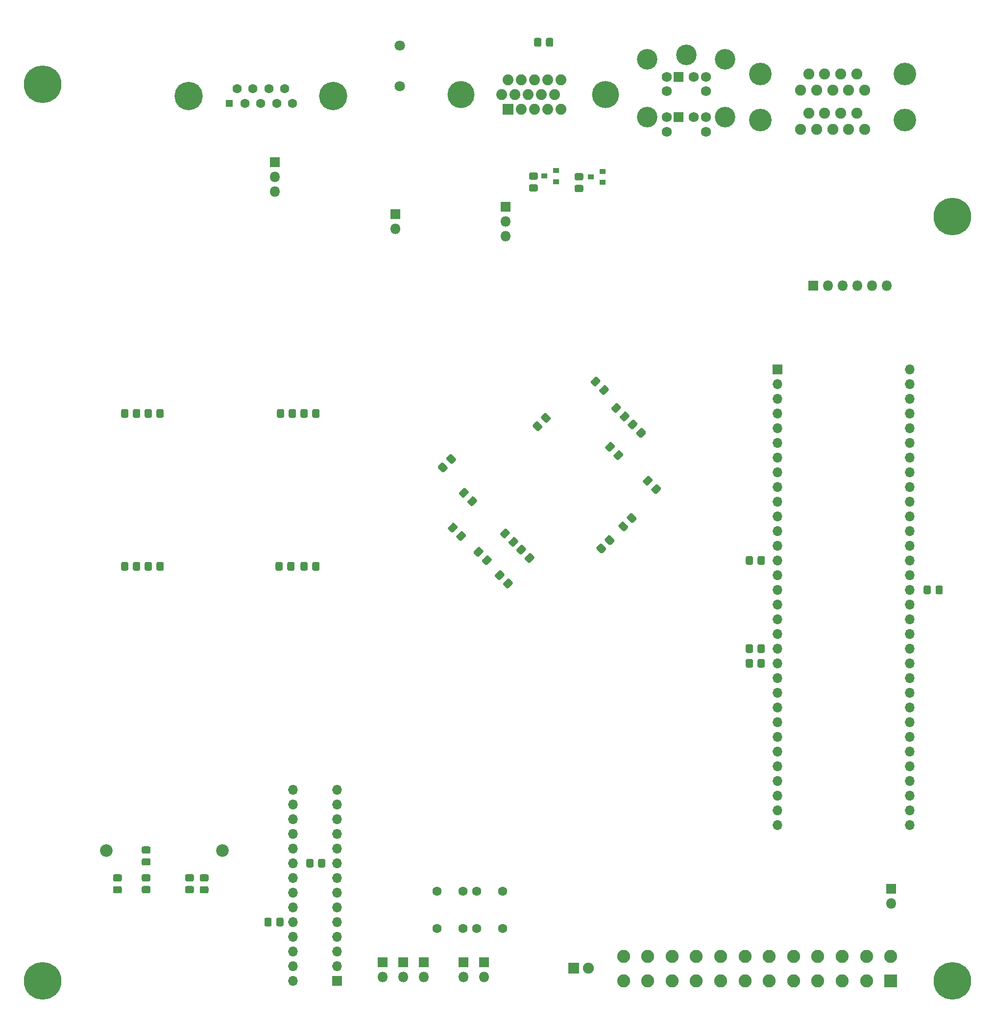
<source format=gbr>
%TF.GenerationSoftware,KiCad,Pcbnew,(5.1.6)-1*%
%TF.CreationDate,2023-05-03T11:12:58-04:00*%
%TF.ProjectId,MigStorm-ITX,4d696753-746f-4726-9d2d-4954582e6b69,rev?*%
%TF.SameCoordinates,Original*%
%TF.FileFunction,Soldermask,Bot*%
%TF.FilePolarity,Negative*%
%FSLAX46Y46*%
G04 Gerber Fmt 4.6, Leading zero omitted, Abs format (unit mm)*
G04 Created by KiCad (PCBNEW (5.1.6)-1) date 2023-05-03 11:12:58*
%MOMM*%
%LPD*%
G01*
G04 APERTURE LIST*
%ADD10C,6.500000*%
%ADD11C,0.900000*%
%ADD12R,1.900000X1.900000*%
%ADD13C,1.900000*%
%ADD14R,1.000000X0.900000*%
%ADD15R,1.800000X1.800000*%
%ADD16O,1.800000X1.800000*%
%ADD17R,2.250000X2.250000*%
%ADD18C,2.250000*%
%ADD19R,1.750000X1.750000*%
%ADD20C,1.750000*%
%ADD21C,3.550000*%
%ADD22C,2.185000*%
%ADD23C,3.910000*%
%ADD24R,1.300000X1.300000*%
%ADD25C,1.600000*%
%ADD26C,4.900000*%
%ADD27C,1.800000*%
%ADD28R,1.885000X1.885000*%
%ADD29C,1.885000*%
%ADD30C,4.675000*%
%ADD31R,1.700000X1.700000*%
%ADD32O,1.700000X1.700000*%
G04 APERTURE END LIST*
D10*
%TO.C,REF\u002A\u002A*%
X133604000Y-67030600D03*
D11*
X136004000Y-67030600D03*
X135301056Y-68727656D03*
X133604000Y-69430600D03*
X131906944Y-68727656D03*
X131204000Y-67030600D03*
X131906944Y-65333544D03*
X133604000Y-64630600D03*
X135301056Y-65333544D03*
%TD*%
D10*
%TO.C,REF\u002A\u002A*%
X290880800Y-89890600D03*
D11*
X293280800Y-89890600D03*
X292577856Y-91587656D03*
X290880800Y-92290600D03*
X289183744Y-91587656D03*
X288480800Y-89890600D03*
X289183744Y-88193544D03*
X290880800Y-87490600D03*
X292577856Y-88193544D03*
%TD*%
D10*
%TO.C,REF\u002A\u002A*%
X290880800Y-221970600D03*
D11*
X293280800Y-221970600D03*
X292577856Y-223667656D03*
X290880800Y-224370600D03*
X289183744Y-223667656D03*
X288480800Y-221970600D03*
X289183744Y-220273544D03*
X290880800Y-219570600D03*
X292577856Y-220273544D03*
%TD*%
%TO.C,REF\u002A\u002A*%
X135301056Y-220298944D03*
X133604000Y-219596000D03*
X131906944Y-220298944D03*
X131204000Y-221996000D03*
X131906944Y-223693056D03*
X133604000Y-224396000D03*
X135301056Y-223693056D03*
X136004000Y-221996000D03*
D10*
X133604000Y-221996000D03*
%TD*%
%TO.C,C3*%
G36*
G01*
X204112241Y-132606124D02*
X203435876Y-131929760D01*
G75*
G02*
X203435876Y-131545464I192148J192148D01*
G01*
X203935464Y-131045876D01*
G75*
G02*
X204319760Y-131045876I192148J-192148D01*
G01*
X204996124Y-131722240D01*
G75*
G02*
X204996124Y-132106536I-192148J-192148D01*
G01*
X204496536Y-132606124D01*
G75*
G02*
X204112240Y-132606124I-192148J192148D01*
G01*
G37*
G36*
G01*
X202662673Y-134055692D02*
X201986308Y-133379328D01*
G75*
G02*
X201986308Y-132995032I192148J192148D01*
G01*
X202485896Y-132495444D01*
G75*
G02*
X202870192Y-132495444I192148J-192148D01*
G01*
X203546556Y-133171808D01*
G75*
G02*
X203546556Y-133556104I-192148J-192148D01*
G01*
X203046968Y-134055692D01*
G75*
G02*
X202662672Y-134055692I-192148J192148D01*
G01*
G37*
%TD*%
%TO.C,C6*%
G36*
G01*
X203727092Y-143570457D02*
X204403456Y-142894092D01*
G75*
G02*
X204787752Y-142894092I192148J-192148D01*
G01*
X205287340Y-143393680D01*
G75*
G02*
X205287340Y-143777976I-192148J-192148D01*
G01*
X204610976Y-144454340D01*
G75*
G02*
X204226680Y-144454340I-192148J192148D01*
G01*
X203727092Y-143954752D01*
G75*
G02*
X203727092Y-143570456I192148J192148D01*
G01*
G37*
G36*
G01*
X205176660Y-145020025D02*
X205853024Y-144343660D01*
G75*
G02*
X206237320Y-144343660I192148J-192148D01*
G01*
X206736908Y-144843248D01*
G75*
G02*
X206736908Y-145227544I-192148J-192148D01*
G01*
X206060544Y-145903908D01*
G75*
G02*
X205676248Y-145903908I-192148J192148D01*
G01*
X205176660Y-145404320D01*
G75*
G02*
X205176660Y-145020024I192148J192148D01*
G01*
G37*
%TD*%
%TO.C,C7*%
G36*
G01*
X209621660Y-149211025D02*
X210298024Y-148534660D01*
G75*
G02*
X210682320Y-148534660I192148J-192148D01*
G01*
X211181908Y-149034248D01*
G75*
G02*
X211181908Y-149418544I-192148J-192148D01*
G01*
X210505544Y-150094908D01*
G75*
G02*
X210121248Y-150094908I-192148J192148D01*
G01*
X209621660Y-149595320D01*
G75*
G02*
X209621660Y-149211024I192148J192148D01*
G01*
G37*
G36*
G01*
X208172092Y-147761457D02*
X208848456Y-147085092D01*
G75*
G02*
X209232752Y-147085092I192148J-192148D01*
G01*
X209732340Y-147584680D01*
G75*
G02*
X209732340Y-147968976I-192148J-192148D01*
G01*
X209055976Y-148645340D01*
G75*
G02*
X208671680Y-148645340I-192148J192148D01*
G01*
X208172092Y-148145752D01*
G75*
G02*
X208172092Y-147761456I192148J192148D01*
G01*
G37*
%TD*%
%TO.C,C10*%
G36*
G01*
X230057457Y-148062908D02*
X229381092Y-147386544D01*
G75*
G02*
X229381092Y-147002248I192148J192148D01*
G01*
X229880680Y-146502660D01*
G75*
G02*
X230264976Y-146502660I192148J-192148D01*
G01*
X230941340Y-147179024D01*
G75*
G02*
X230941340Y-147563320I-192148J-192148D01*
G01*
X230441752Y-148062908D01*
G75*
G02*
X230057456Y-148062908I-192148J192148D01*
G01*
G37*
G36*
G01*
X231507025Y-146613340D02*
X230830660Y-145936976D01*
G75*
G02*
X230830660Y-145552680I192148J192148D01*
G01*
X231330248Y-145053092D01*
G75*
G02*
X231714544Y-145053092I192148J-192148D01*
G01*
X232390908Y-145729456D01*
G75*
G02*
X232390908Y-146113752I-192148J-192148D01*
G01*
X231891320Y-146613340D01*
G75*
G02*
X231507024Y-146613340I-192148J192148D01*
G01*
G37*
%TD*%
%TO.C,C11*%
G36*
G01*
X238868876Y-136929241D02*
X239545240Y-136252876D01*
G75*
G02*
X239929536Y-136252876I192148J-192148D01*
G01*
X240429124Y-136752464D01*
G75*
G02*
X240429124Y-137136760I-192148J-192148D01*
G01*
X239752760Y-137813124D01*
G75*
G02*
X239368464Y-137813124I-192148J192148D01*
G01*
X238868876Y-137313536D01*
G75*
G02*
X238868876Y-136929240I192148J192148D01*
G01*
G37*
G36*
G01*
X237419308Y-135479673D02*
X238095672Y-134803308D01*
G75*
G02*
X238479968Y-134803308I192148J-192148D01*
G01*
X238979556Y-135302896D01*
G75*
G02*
X238979556Y-135687192I-192148J-192148D01*
G01*
X238303192Y-136363556D01*
G75*
G02*
X237918896Y-136363556I-192148J192148D01*
G01*
X237419308Y-135863968D01*
G75*
G02*
X237419308Y-135479672I192148J192148D01*
G01*
G37*
%TD*%
%TO.C,C12*%
G36*
G01*
X228402308Y-118334673D02*
X229078672Y-117658308D01*
G75*
G02*
X229462968Y-117658308I192148J-192148D01*
G01*
X229962556Y-118157896D01*
G75*
G02*
X229962556Y-118542192I-192148J-192148D01*
G01*
X229286192Y-119218556D01*
G75*
G02*
X228901896Y-119218556I-192148J192148D01*
G01*
X228402308Y-118718968D01*
G75*
G02*
X228402308Y-118334672I192148J192148D01*
G01*
G37*
G36*
G01*
X229851876Y-119784241D02*
X230528240Y-119107876D01*
G75*
G02*
X230912536Y-119107876I192148J-192148D01*
G01*
X231412124Y-119607464D01*
G75*
G02*
X231412124Y-119991760I-192148J-192148D01*
G01*
X230735760Y-120668124D01*
G75*
G02*
X230351464Y-120668124I-192148J192148D01*
G01*
X229851876Y-120168536D01*
G75*
G02*
X229851876Y-119784240I192148J192148D01*
G01*
G37*
%TD*%
%TO.C,C13*%
G36*
G01*
X232354660Y-131050025D02*
X233031024Y-130373660D01*
G75*
G02*
X233415320Y-130373660I192148J-192148D01*
G01*
X233914908Y-130873248D01*
G75*
G02*
X233914908Y-131257544I-192148J-192148D01*
G01*
X233238544Y-131933908D01*
G75*
G02*
X232854248Y-131933908I-192148J192148D01*
G01*
X232354660Y-131434320D01*
G75*
G02*
X232354660Y-131050024I192148J192148D01*
G01*
G37*
G36*
G01*
X230905092Y-129600457D02*
X231581456Y-128924092D01*
G75*
G02*
X231965752Y-128924092I192148J-192148D01*
G01*
X232465340Y-129423680D01*
G75*
G02*
X232465340Y-129807976I-192148J-192148D01*
G01*
X231788976Y-130484340D01*
G75*
G02*
X231404680Y-130484340I-192148J192148D01*
G01*
X230905092Y-129984752D01*
G75*
G02*
X230905092Y-129600456I192148J192148D01*
G01*
G37*
%TD*%
%TO.C,C14*%
G36*
G01*
X214193660Y-146036025D02*
X214870024Y-145359660D01*
G75*
G02*
X215254320Y-145359660I192148J-192148D01*
G01*
X215753908Y-145859248D01*
G75*
G02*
X215753908Y-146243544I-192148J-192148D01*
G01*
X215077544Y-146919908D01*
G75*
G02*
X214693248Y-146919908I-192148J192148D01*
G01*
X214193660Y-146420320D01*
G75*
G02*
X214193660Y-146036024I192148J192148D01*
G01*
G37*
G36*
G01*
X212744092Y-144586457D02*
X213420456Y-143910092D01*
G75*
G02*
X213804752Y-143910092I192148J-192148D01*
G01*
X214304340Y-144409680D01*
G75*
G02*
X214304340Y-144793976I-192148J-192148D01*
G01*
X213627976Y-145470340D01*
G75*
G02*
X213243680Y-145470340I-192148J192148D01*
G01*
X212744092Y-144970752D01*
G75*
G02*
X212744092Y-144586456I192148J192148D01*
G01*
G37*
%TD*%
%TO.C,C15*%
G36*
G01*
X205632092Y-137564241D02*
X206308456Y-136887876D01*
G75*
G02*
X206692752Y-136887876I192148J-192148D01*
G01*
X207192340Y-137387464D01*
G75*
G02*
X207192340Y-137771760I-192148J-192148D01*
G01*
X206515976Y-138448124D01*
G75*
G02*
X206131680Y-138448124I-192148J192148D01*
G01*
X205632092Y-137948536D01*
G75*
G02*
X205632092Y-137564240I192148J192148D01*
G01*
G37*
G36*
G01*
X207081660Y-139013809D02*
X207758024Y-138337444D01*
G75*
G02*
X208142320Y-138337444I192148J-192148D01*
G01*
X208641908Y-138837032D01*
G75*
G02*
X208641908Y-139221328I-192148J-192148D01*
G01*
X207965544Y-139897692D01*
G75*
G02*
X207581248Y-139897692I-192148J192148D01*
G01*
X207081660Y-139398104D01*
G75*
G02*
X207081660Y-139013808I192148J192148D01*
G01*
G37*
%TD*%
%TO.C,C16*%
G36*
G01*
X214827692Y-153445327D02*
X214151328Y-154121692D01*
G75*
G02*
X213767032Y-154121692I-192148J192148D01*
G01*
X213267444Y-153622104D01*
G75*
G02*
X213267444Y-153237808I192148J192148D01*
G01*
X213943808Y-152561444D01*
G75*
G02*
X214328104Y-152561444I192148J-192148D01*
G01*
X214827692Y-153061032D01*
G75*
G02*
X214827692Y-153445328I-192148J-192148D01*
G01*
G37*
G36*
G01*
X213378124Y-151995759D02*
X212701760Y-152672124D01*
G75*
G02*
X212317464Y-152672124I-192148J192148D01*
G01*
X211817876Y-152172536D01*
G75*
G02*
X211817876Y-151788240I192148J192148D01*
G01*
X212494240Y-151111876D01*
G75*
G02*
X212878536Y-151111876I192148J-192148D01*
G01*
X213378124Y-151611464D01*
G75*
G02*
X213378124Y-151995760I-192148J-192148D01*
G01*
G37*
%TD*%
%TO.C,C17*%
G36*
G01*
X217098340Y-147587975D02*
X216421976Y-148264340D01*
G75*
G02*
X216037680Y-148264340I-192148J192148D01*
G01*
X215538092Y-147764752D01*
G75*
G02*
X215538092Y-147380456I192148J192148D01*
G01*
X216214456Y-146704092D01*
G75*
G02*
X216598752Y-146704092I192148J-192148D01*
G01*
X217098340Y-147203680D01*
G75*
G02*
X217098340Y-147587976I-192148J-192148D01*
G01*
G37*
G36*
G01*
X218547908Y-149037543D02*
X217871544Y-149713908D01*
G75*
G02*
X217487248Y-149713908I-192148J192148D01*
G01*
X216987660Y-149214320D01*
G75*
G02*
X216987660Y-148830024I192148J192148D01*
G01*
X217664024Y-148153660D01*
G75*
G02*
X218048320Y-148153660I192148J-192148D01*
G01*
X218547908Y-148653248D01*
G75*
G02*
X218547908Y-149037544I-192148J-192148D01*
G01*
G37*
%TD*%
%TO.C,C18*%
G36*
G01*
X233407876Y-124356241D02*
X234084240Y-123679876D01*
G75*
G02*
X234468536Y-123679876I192148J-192148D01*
G01*
X234968124Y-124179464D01*
G75*
G02*
X234968124Y-124563760I-192148J-192148D01*
G01*
X234291760Y-125240124D01*
G75*
G02*
X233907464Y-125240124I-192148J192148D01*
G01*
X233407876Y-124740536D01*
G75*
G02*
X233407876Y-124356240I192148J192148D01*
G01*
G37*
G36*
G01*
X231958308Y-122906673D02*
X232634672Y-122230308D01*
G75*
G02*
X233018968Y-122230308I192148J-192148D01*
G01*
X233518556Y-122729896D01*
G75*
G02*
X233518556Y-123114192I-192148J-192148D01*
G01*
X232842192Y-123790556D01*
G75*
G02*
X232457896Y-123790556I-192148J192148D01*
G01*
X231958308Y-123290968D01*
G75*
G02*
X231958308Y-122906672I192148J192148D01*
G01*
G37*
%TD*%
%TO.C,C19*%
G36*
G01*
X235524543Y-141243092D02*
X236200908Y-141919456D01*
G75*
G02*
X236200908Y-142303752I-192148J-192148D01*
G01*
X235701320Y-142803340D01*
G75*
G02*
X235317024Y-142803340I-192148J192148D01*
G01*
X234640660Y-142126976D01*
G75*
G02*
X234640660Y-141742680I192148J192148D01*
G01*
X235140248Y-141243092D01*
G75*
G02*
X235524544Y-141243092I192148J-192148D01*
G01*
G37*
G36*
G01*
X234074975Y-142692660D02*
X234751340Y-143369024D01*
G75*
G02*
X234751340Y-143753320I-192148J-192148D01*
G01*
X234251752Y-144252908D01*
G75*
G02*
X233867456Y-144252908I-192148J192148D01*
G01*
X233191092Y-143576544D01*
G75*
G02*
X233191092Y-143192248I192148J192148D01*
G01*
X233690680Y-142692660D01*
G75*
G02*
X234074976Y-142692660I192148J-192148D01*
G01*
G37*
%TD*%
%TO.C,C20*%
G36*
G01*
X237814692Y-127410327D02*
X237138328Y-128086692D01*
G75*
G02*
X236754032Y-128086692I-192148J192148D01*
G01*
X236254444Y-127587104D01*
G75*
G02*
X236254444Y-127202808I192148J192148D01*
G01*
X236930808Y-126526444D01*
G75*
G02*
X237315104Y-126526444I192148J-192148D01*
G01*
X237814692Y-127026032D01*
G75*
G02*
X237814692Y-127410328I-192148J-192148D01*
G01*
G37*
G36*
G01*
X236365124Y-125960759D02*
X235688760Y-126637124D01*
G75*
G02*
X235304464Y-126637124I-192148J192148D01*
G01*
X234804876Y-126137536D01*
G75*
G02*
X234804876Y-125753240I192148J192148D01*
G01*
X235481240Y-125076876D01*
G75*
G02*
X235865536Y-125076876I192148J-192148D01*
G01*
X236365124Y-125576464D01*
G75*
G02*
X236365124Y-125960760I-192148J-192148D01*
G01*
G37*
%TD*%
%TO.C,C21*%
G36*
G01*
X256394000Y-148873738D02*
X256394000Y-149830262D01*
G75*
G02*
X256122262Y-150102000I-271738J0D01*
G01*
X255415738Y-150102000D01*
G75*
G02*
X255144000Y-149830262I0J271738D01*
G01*
X255144000Y-148873738D01*
G75*
G02*
X255415738Y-148602000I271738J0D01*
G01*
X256122262Y-148602000D01*
G75*
G02*
X256394000Y-148873738I0J-271738D01*
G01*
G37*
G36*
G01*
X258444000Y-148873738D02*
X258444000Y-149830262D01*
G75*
G02*
X258172262Y-150102000I-271738J0D01*
G01*
X257465738Y-150102000D01*
G75*
G02*
X257194000Y-149830262I0J271738D01*
G01*
X257194000Y-148873738D01*
G75*
G02*
X257465738Y-148602000I271738J0D01*
G01*
X258172262Y-148602000D01*
G75*
G02*
X258444000Y-148873738I0J-271738D01*
G01*
G37*
%TD*%
%TO.C,C22*%
G36*
G01*
X287937000Y-154910262D02*
X287937000Y-153953738D01*
G75*
G02*
X288208738Y-153682000I271738J0D01*
G01*
X288915262Y-153682000D01*
G75*
G02*
X289187000Y-153953738I0J-271738D01*
G01*
X289187000Y-154910262D01*
G75*
G02*
X288915262Y-155182000I-271738J0D01*
G01*
X288208738Y-155182000D01*
G75*
G02*
X287937000Y-154910262I0J271738D01*
G01*
G37*
G36*
G01*
X285887000Y-154910262D02*
X285887000Y-153953738D01*
G75*
G02*
X286158738Y-153682000I271738J0D01*
G01*
X286865262Y-153682000D01*
G75*
G02*
X287137000Y-153953738I0J-271738D01*
G01*
X287137000Y-154910262D01*
G75*
G02*
X286865262Y-155182000I-271738J0D01*
G01*
X286158738Y-155182000D01*
G75*
G02*
X285887000Y-154910262I0J271738D01*
G01*
G37*
%TD*%
%TO.C,C23*%
G36*
G01*
X258435000Y-164113738D02*
X258435000Y-165070262D01*
G75*
G02*
X258163262Y-165342000I-271738J0D01*
G01*
X257456738Y-165342000D01*
G75*
G02*
X257185000Y-165070262I0J271738D01*
G01*
X257185000Y-164113738D01*
G75*
G02*
X257456738Y-163842000I271738J0D01*
G01*
X258163262Y-163842000D01*
G75*
G02*
X258435000Y-164113738I0J-271738D01*
G01*
G37*
G36*
G01*
X256385000Y-164113738D02*
X256385000Y-165070262D01*
G75*
G02*
X256113262Y-165342000I-271738J0D01*
G01*
X255406738Y-165342000D01*
G75*
G02*
X255135000Y-165070262I0J271738D01*
G01*
X255135000Y-164113738D01*
G75*
G02*
X255406738Y-163842000I271738J0D01*
G01*
X256113262Y-163842000D01*
G75*
G02*
X256385000Y-164113738I0J-271738D01*
G01*
G37*
%TD*%
%TO.C,C24*%
G36*
G01*
X256385000Y-166653738D02*
X256385000Y-167610262D01*
G75*
G02*
X256113262Y-167882000I-271738J0D01*
G01*
X255406738Y-167882000D01*
G75*
G02*
X255135000Y-167610262I0J271738D01*
G01*
X255135000Y-166653738D01*
G75*
G02*
X255406738Y-166382000I271738J0D01*
G01*
X256113262Y-166382000D01*
G75*
G02*
X256385000Y-166653738I0J-271738D01*
G01*
G37*
G36*
G01*
X258435000Y-166653738D02*
X258435000Y-167610262D01*
G75*
G02*
X258163262Y-167882000I-271738J0D01*
G01*
X257456738Y-167882000D01*
G75*
G02*
X257185000Y-167610262I0J271738D01*
G01*
X257185000Y-166653738D01*
G75*
G02*
X257456738Y-166382000I271738J0D01*
G01*
X258163262Y-166382000D01*
G75*
G02*
X258435000Y-166653738I0J-271738D01*
G01*
G37*
%TD*%
%TO.C,C25*%
G36*
G01*
X147194000Y-124430262D02*
X147194000Y-123473738D01*
G75*
G02*
X147465738Y-123202000I271738J0D01*
G01*
X148172262Y-123202000D01*
G75*
G02*
X148444000Y-123473738I0J-271738D01*
G01*
X148444000Y-124430262D01*
G75*
G02*
X148172262Y-124702000I-271738J0D01*
G01*
X147465738Y-124702000D01*
G75*
G02*
X147194000Y-124430262I0J271738D01*
G01*
G37*
G36*
G01*
X149244000Y-124430262D02*
X149244000Y-123473738D01*
G75*
G02*
X149515738Y-123202000I271738J0D01*
G01*
X150222262Y-123202000D01*
G75*
G02*
X150494000Y-123473738I0J-271738D01*
G01*
X150494000Y-124430262D01*
G75*
G02*
X150222262Y-124702000I-271738J0D01*
G01*
X149515738Y-124702000D01*
G75*
G02*
X149244000Y-124430262I0J271738D01*
G01*
G37*
%TD*%
%TO.C,C26*%
G36*
G01*
X154549000Y-123473738D02*
X154549000Y-124430262D01*
G75*
G02*
X154277262Y-124702000I-271738J0D01*
G01*
X153570738Y-124702000D01*
G75*
G02*
X153299000Y-124430262I0J271738D01*
G01*
X153299000Y-123473738D01*
G75*
G02*
X153570738Y-123202000I271738J0D01*
G01*
X154277262Y-123202000D01*
G75*
G02*
X154549000Y-123473738I0J-271738D01*
G01*
G37*
G36*
G01*
X152499000Y-123473738D02*
X152499000Y-124430262D01*
G75*
G02*
X152227262Y-124702000I-271738J0D01*
G01*
X151520738Y-124702000D01*
G75*
G02*
X151249000Y-124430262I0J271738D01*
G01*
X151249000Y-123473738D01*
G75*
G02*
X151520738Y-123202000I271738J0D01*
G01*
X152227262Y-123202000D01*
G75*
G02*
X152499000Y-123473738I0J-271738D01*
G01*
G37*
%TD*%
%TO.C,C27*%
G36*
G01*
X176168000Y-124430262D02*
X176168000Y-123473738D01*
G75*
G02*
X176439738Y-123202000I271738J0D01*
G01*
X177146262Y-123202000D01*
G75*
G02*
X177418000Y-123473738I0J-271738D01*
G01*
X177418000Y-124430262D01*
G75*
G02*
X177146262Y-124702000I-271738J0D01*
G01*
X176439738Y-124702000D01*
G75*
G02*
X176168000Y-124430262I0J271738D01*
G01*
G37*
G36*
G01*
X174118000Y-124430262D02*
X174118000Y-123473738D01*
G75*
G02*
X174389738Y-123202000I271738J0D01*
G01*
X175096262Y-123202000D01*
G75*
G02*
X175368000Y-123473738I0J-271738D01*
G01*
X175368000Y-124430262D01*
G75*
G02*
X175096262Y-124702000I-271738J0D01*
G01*
X174389738Y-124702000D01*
G75*
G02*
X174118000Y-124430262I0J271738D01*
G01*
G37*
%TD*%
%TO.C,C28*%
G36*
G01*
X181482000Y-123473738D02*
X181482000Y-124430262D01*
G75*
G02*
X181210262Y-124702000I-271738J0D01*
G01*
X180503738Y-124702000D01*
G75*
G02*
X180232000Y-124430262I0J271738D01*
G01*
X180232000Y-123473738D01*
G75*
G02*
X180503738Y-123202000I271738J0D01*
G01*
X181210262Y-123202000D01*
G75*
G02*
X181482000Y-123473738I0J-271738D01*
G01*
G37*
G36*
G01*
X179432000Y-123473738D02*
X179432000Y-124430262D01*
G75*
G02*
X179160262Y-124702000I-271738J0D01*
G01*
X178453738Y-124702000D01*
G75*
G02*
X178182000Y-124430262I0J271738D01*
G01*
X178182000Y-123473738D01*
G75*
G02*
X178453738Y-123202000I271738J0D01*
G01*
X179160262Y-123202000D01*
G75*
G02*
X179432000Y-123473738I0J-271738D01*
G01*
G37*
%TD*%
%TO.C,C29*%
G36*
G01*
X149244000Y-150846262D02*
X149244000Y-149889738D01*
G75*
G02*
X149515738Y-149618000I271738J0D01*
G01*
X150222262Y-149618000D01*
G75*
G02*
X150494000Y-149889738I0J-271738D01*
G01*
X150494000Y-150846262D01*
G75*
G02*
X150222262Y-151118000I-271738J0D01*
G01*
X149515738Y-151118000D01*
G75*
G02*
X149244000Y-150846262I0J271738D01*
G01*
G37*
G36*
G01*
X147194000Y-150846262D02*
X147194000Y-149889738D01*
G75*
G02*
X147465738Y-149618000I271738J0D01*
G01*
X148172262Y-149618000D01*
G75*
G02*
X148444000Y-149889738I0J-271738D01*
G01*
X148444000Y-150846262D01*
G75*
G02*
X148172262Y-151118000I-271738J0D01*
G01*
X147465738Y-151118000D01*
G75*
G02*
X147194000Y-150846262I0J271738D01*
G01*
G37*
%TD*%
%TO.C,C30*%
G36*
G01*
X154558000Y-149889738D02*
X154558000Y-150846262D01*
G75*
G02*
X154286262Y-151118000I-271738J0D01*
G01*
X153579738Y-151118000D01*
G75*
G02*
X153308000Y-150846262I0J271738D01*
G01*
X153308000Y-149889738D01*
G75*
G02*
X153579738Y-149618000I271738J0D01*
G01*
X154286262Y-149618000D01*
G75*
G02*
X154558000Y-149889738I0J-271738D01*
G01*
G37*
G36*
G01*
X152508000Y-149889738D02*
X152508000Y-150846262D01*
G75*
G02*
X152236262Y-151118000I-271738J0D01*
G01*
X151529738Y-151118000D01*
G75*
G02*
X151258000Y-150846262I0J271738D01*
G01*
X151258000Y-149889738D01*
G75*
G02*
X151529738Y-149618000I271738J0D01*
G01*
X152236262Y-149618000D01*
G75*
G02*
X152508000Y-149889738I0J-271738D01*
G01*
G37*
%TD*%
%TO.C,C31*%
G36*
G01*
X175914000Y-150846262D02*
X175914000Y-149889738D01*
G75*
G02*
X176185738Y-149618000I271738J0D01*
G01*
X176892262Y-149618000D01*
G75*
G02*
X177164000Y-149889738I0J-271738D01*
G01*
X177164000Y-150846262D01*
G75*
G02*
X176892262Y-151118000I-271738J0D01*
G01*
X176185738Y-151118000D01*
G75*
G02*
X175914000Y-150846262I0J271738D01*
G01*
G37*
G36*
G01*
X173864000Y-150846262D02*
X173864000Y-149889738D01*
G75*
G02*
X174135738Y-149618000I271738J0D01*
G01*
X174842262Y-149618000D01*
G75*
G02*
X175114000Y-149889738I0J-271738D01*
G01*
X175114000Y-150846262D01*
G75*
G02*
X174842262Y-151118000I-271738J0D01*
G01*
X174135738Y-151118000D01*
G75*
G02*
X173864000Y-150846262I0J271738D01*
G01*
G37*
%TD*%
%TO.C,C32*%
G36*
G01*
X181482000Y-149889738D02*
X181482000Y-150846262D01*
G75*
G02*
X181210262Y-151118000I-271738J0D01*
G01*
X180503738Y-151118000D01*
G75*
G02*
X180232000Y-150846262I0J271738D01*
G01*
X180232000Y-149889738D01*
G75*
G02*
X180503738Y-149618000I271738J0D01*
G01*
X181210262Y-149618000D01*
G75*
G02*
X181482000Y-149889738I0J-271738D01*
G01*
G37*
G36*
G01*
X179432000Y-149889738D02*
X179432000Y-150846262D01*
G75*
G02*
X179160262Y-151118000I-271738J0D01*
G01*
X178453738Y-151118000D01*
G75*
G02*
X178182000Y-150846262I0J271738D01*
G01*
X178182000Y-149889738D01*
G75*
G02*
X178453738Y-149618000I271738J0D01*
G01*
X179160262Y-149618000D01*
G75*
G02*
X179432000Y-149889738I0J-271738D01*
G01*
G37*
%TD*%
%TO.C,C41*%
G36*
G01*
X181239000Y-202154262D02*
X181239000Y-201197738D01*
G75*
G02*
X181510738Y-200926000I271738J0D01*
G01*
X182217262Y-200926000D01*
G75*
G02*
X182489000Y-201197738I0J-271738D01*
G01*
X182489000Y-202154262D01*
G75*
G02*
X182217262Y-202426000I-271738J0D01*
G01*
X181510738Y-202426000D01*
G75*
G02*
X181239000Y-202154262I0J271738D01*
G01*
G37*
G36*
G01*
X179189000Y-202154262D02*
X179189000Y-201197738D01*
G75*
G02*
X179460738Y-200926000I271738J0D01*
G01*
X180167262Y-200926000D01*
G75*
G02*
X180439000Y-201197738I0J-271738D01*
G01*
X180439000Y-202154262D01*
G75*
G02*
X180167262Y-202426000I-271738J0D01*
G01*
X179460738Y-202426000D01*
G75*
G02*
X179189000Y-202154262I0J271738D01*
G01*
G37*
%TD*%
D12*
%TO.C,D1*%
X225425000Y-219837000D03*
D13*
X227965000Y-219837000D03*
%TD*%
D14*
%TO.C,D5*%
X220361000Y-82931000D03*
X222361000Y-83881000D03*
X222361000Y-81981000D03*
%TD*%
%TO.C,D6*%
X230378000Y-82108000D03*
X230378000Y-84008000D03*
X228378000Y-83058000D03*
%TD*%
D15*
%TO.C,J1*%
X266827000Y-101854000D03*
D16*
X269367000Y-101854000D03*
X271907000Y-101854000D03*
X274447000Y-101854000D03*
X276987000Y-101854000D03*
X279527000Y-101854000D03*
%TD*%
D17*
%TO.C,J2*%
X280207000Y-222005000D03*
D18*
X276007000Y-222005000D03*
X271807000Y-222005000D03*
X267607000Y-222005000D03*
X263407000Y-222005000D03*
X259207000Y-222005000D03*
X255007000Y-222005000D03*
X250807000Y-222005000D03*
X246607000Y-222005000D03*
X242407000Y-222005000D03*
X238207000Y-222005000D03*
X234007000Y-222005000D03*
X280207000Y-217805000D03*
X276007000Y-217805000D03*
X271807000Y-217805000D03*
X267607000Y-217805000D03*
X263407000Y-217805000D03*
X259207000Y-217805000D03*
X255007000Y-217805000D03*
X250807000Y-217805000D03*
X246607000Y-217805000D03*
X242407000Y-217805000D03*
X238207000Y-217805000D03*
X234007000Y-217805000D03*
%TD*%
D15*
%TO.C,J3*%
X199517000Y-218821000D03*
D16*
X199517000Y-221361000D03*
%TD*%
D15*
%TO.C,J4*%
X195961000Y-218821000D03*
D16*
X195961000Y-221361000D03*
%TD*%
D15*
%TO.C,J5*%
X213614000Y-88265000D03*
D16*
X213614000Y-90805000D03*
X213614000Y-93345000D03*
%TD*%
%TO.C,J6*%
X192405000Y-221361000D03*
D15*
X192405000Y-218821000D03*
%TD*%
D19*
%TO.C,J7*%
X243556000Y-65776000D03*
D20*
X246156000Y-65776000D03*
X241456000Y-65776000D03*
X248256000Y-65776000D03*
X241456000Y-68276000D03*
X248256000Y-68276000D03*
D19*
X243556000Y-72776000D03*
D20*
X246156000Y-72776000D03*
X241456000Y-72776000D03*
X248256000Y-72776000D03*
X241456000Y-75276000D03*
X248256000Y-75276000D03*
D21*
X251606000Y-62776000D03*
X244856000Y-61976000D03*
X238106000Y-62776000D03*
X251606000Y-72776000D03*
X238106000Y-72776000D03*
%TD*%
D15*
%TO.C,J8*%
X209931000Y-218821000D03*
D16*
X209931000Y-221361000D03*
%TD*%
%TO.C,J9*%
X206375000Y-221361000D03*
D15*
X206375000Y-218821000D03*
%TD*%
D16*
%TO.C,J10*%
X173736000Y-85598000D03*
X173736000Y-83058000D03*
D15*
X173736000Y-80518000D03*
%TD*%
D22*
%TO.C,J11*%
X164656000Y-199503000D03*
X144656000Y-199503000D03*
%TD*%
D16*
%TO.C,J12*%
X194564000Y-92075000D03*
D15*
X194564000Y-89535000D03*
%TD*%
D13*
%TO.C,J13*%
X266010000Y-72028000D03*
X274320000Y-72028000D03*
X271550000Y-72028000D03*
X268780000Y-72028000D03*
X264625000Y-74868000D03*
X267395000Y-74868000D03*
X275705000Y-74868000D03*
X272935000Y-74868000D03*
X266010000Y-65278000D03*
X274320000Y-65278000D03*
X271550000Y-65278000D03*
X268780000Y-65278000D03*
X264625000Y-68118000D03*
X267395000Y-68118000D03*
X275705000Y-68118000D03*
X272935000Y-68118000D03*
X270165000Y-74868000D03*
X270165000Y-68118000D03*
D23*
X257675000Y-73278000D03*
X257675000Y-65278000D03*
X282655000Y-65278000D03*
X282655000Y-73278000D03*
%TD*%
D24*
%TO.C,J14*%
X165862000Y-70358000D03*
D25*
X167232000Y-67818000D03*
X168602000Y-70358000D03*
X169972000Y-67818000D03*
X171342000Y-70358000D03*
X172712000Y-67818000D03*
X174082000Y-70358000D03*
X175452000Y-67818000D03*
X176822000Y-70358000D03*
D26*
X158847000Y-69088000D03*
X183837000Y-69088000D03*
%TD*%
D27*
%TO.C,J15*%
X195326000Y-60396000D03*
X195326000Y-67396000D03*
%TD*%
D28*
%TO.C,J16*%
X214066000Y-71374000D03*
D29*
X216356000Y-71374000D03*
X218646000Y-71374000D03*
X220936000Y-71374000D03*
X223226000Y-71374000D03*
X212921000Y-68834000D03*
X215211000Y-68834000D03*
X217501000Y-68834000D03*
X219791000Y-68834000D03*
X222081000Y-68834000D03*
X214066000Y-66294000D03*
X216356000Y-66294000D03*
X218646000Y-66294000D03*
X220936000Y-66294000D03*
X223226000Y-66294000D03*
D30*
X205896000Y-68834000D03*
X230886000Y-68834000D03*
%TD*%
%TO.C,R7*%
G36*
G01*
X220495241Y-125494124D02*
X219818876Y-124817760D01*
G75*
G02*
X219818876Y-124433464I192148J192148D01*
G01*
X220318464Y-123933876D01*
G75*
G02*
X220702760Y-123933876I192148J-192148D01*
G01*
X221379124Y-124610240D01*
G75*
G02*
X221379124Y-124994536I-192148J-192148D01*
G01*
X220879536Y-125494124D01*
G75*
G02*
X220495240Y-125494124I-192148J192148D01*
G01*
G37*
G36*
G01*
X219045673Y-126943692D02*
X218369308Y-126267328D01*
G75*
G02*
X218369308Y-125883032I192148J192148D01*
G01*
X218868896Y-125383444D01*
G75*
G02*
X219253192Y-125383444I192148J-192148D01*
G01*
X219929556Y-126059808D01*
G75*
G02*
X219929556Y-126444104I-192148J-192148D01*
G01*
X219429968Y-126943692D01*
G75*
G02*
X219045672Y-126943692I-192148J192148D01*
G01*
G37*
%TD*%
%TO.C,R24*%
G36*
G01*
X174000000Y-212314262D02*
X174000000Y-211357738D01*
G75*
G02*
X174271738Y-211086000I271738J0D01*
G01*
X174978262Y-211086000D01*
G75*
G02*
X175250000Y-211357738I0J-271738D01*
G01*
X175250000Y-212314262D01*
G75*
G02*
X174978262Y-212586000I-271738J0D01*
G01*
X174271738Y-212586000D01*
G75*
G02*
X174000000Y-212314262I0J271738D01*
G01*
G37*
G36*
G01*
X171950000Y-212314262D02*
X171950000Y-211357738D01*
G75*
G02*
X172221738Y-211086000I271738J0D01*
G01*
X172928262Y-211086000D01*
G75*
G02*
X173200000Y-211357738I0J-271738D01*
G01*
X173200000Y-212314262D01*
G75*
G02*
X172928262Y-212586000I-271738J0D01*
G01*
X172221738Y-212586000D01*
G75*
G02*
X171950000Y-212314262I0J271738D01*
G01*
G37*
%TD*%
%TO.C,R29*%
G36*
G01*
X151989262Y-200015000D02*
X151032738Y-200015000D01*
G75*
G02*
X150761000Y-199743262I0J271738D01*
G01*
X150761000Y-199036738D01*
G75*
G02*
X151032738Y-198765000I271738J0D01*
G01*
X151989262Y-198765000D01*
G75*
G02*
X152261000Y-199036738I0J-271738D01*
G01*
X152261000Y-199743262D01*
G75*
G02*
X151989262Y-200015000I-271738J0D01*
G01*
G37*
G36*
G01*
X151989262Y-202065000D02*
X151032738Y-202065000D01*
G75*
G02*
X150761000Y-201793262I0J271738D01*
G01*
X150761000Y-201086738D01*
G75*
G02*
X151032738Y-200815000I271738J0D01*
G01*
X151989262Y-200815000D01*
G75*
G02*
X152261000Y-201086738I0J-271738D01*
G01*
X152261000Y-201793262D01*
G75*
G02*
X151989262Y-202065000I-271738J0D01*
G01*
G37*
%TD*%
%TO.C,R30*%
G36*
G01*
X162022262Y-204841000D02*
X161065738Y-204841000D01*
G75*
G02*
X160794000Y-204569262I0J271738D01*
G01*
X160794000Y-203862738D01*
G75*
G02*
X161065738Y-203591000I271738J0D01*
G01*
X162022262Y-203591000D01*
G75*
G02*
X162294000Y-203862738I0J-271738D01*
G01*
X162294000Y-204569262D01*
G75*
G02*
X162022262Y-204841000I-271738J0D01*
G01*
G37*
G36*
G01*
X162022262Y-206891000D02*
X161065738Y-206891000D01*
G75*
G02*
X160794000Y-206619262I0J271738D01*
G01*
X160794000Y-205912738D01*
G75*
G02*
X161065738Y-205641000I271738J0D01*
G01*
X162022262Y-205641000D01*
G75*
G02*
X162294000Y-205912738I0J-271738D01*
G01*
X162294000Y-206619262D01*
G75*
G02*
X162022262Y-206891000I-271738J0D01*
G01*
G37*
%TD*%
%TO.C,R31*%
G36*
G01*
X159482262Y-206873000D02*
X158525738Y-206873000D01*
G75*
G02*
X158254000Y-206601262I0J271738D01*
G01*
X158254000Y-205894738D01*
G75*
G02*
X158525738Y-205623000I271738J0D01*
G01*
X159482262Y-205623000D01*
G75*
G02*
X159754000Y-205894738I0J-271738D01*
G01*
X159754000Y-206601262D01*
G75*
G02*
X159482262Y-206873000I-271738J0D01*
G01*
G37*
G36*
G01*
X159482262Y-204823000D02*
X158525738Y-204823000D01*
G75*
G02*
X158254000Y-204551262I0J271738D01*
G01*
X158254000Y-203844738D01*
G75*
G02*
X158525738Y-203573000I271738J0D01*
G01*
X159482262Y-203573000D01*
G75*
G02*
X159754000Y-203844738I0J-271738D01*
G01*
X159754000Y-204551262D01*
G75*
G02*
X159482262Y-204823000I-271738J0D01*
G01*
G37*
%TD*%
%TO.C,R32*%
G36*
G01*
X151989262Y-206873000D02*
X151032738Y-206873000D01*
G75*
G02*
X150761000Y-206601262I0J271738D01*
G01*
X150761000Y-205894738D01*
G75*
G02*
X151032738Y-205623000I271738J0D01*
G01*
X151989262Y-205623000D01*
G75*
G02*
X152261000Y-205894738I0J-271738D01*
G01*
X152261000Y-206601262D01*
G75*
G02*
X151989262Y-206873000I-271738J0D01*
G01*
G37*
G36*
G01*
X151989262Y-204823000D02*
X151032738Y-204823000D01*
G75*
G02*
X150761000Y-204551262I0J271738D01*
G01*
X150761000Y-203844738D01*
G75*
G02*
X151032738Y-203573000I271738J0D01*
G01*
X151989262Y-203573000D01*
G75*
G02*
X152261000Y-203844738I0J-271738D01*
G01*
X152261000Y-204551262D01*
G75*
G02*
X151989262Y-204823000I-271738J0D01*
G01*
G37*
%TD*%
%TO.C,R33*%
G36*
G01*
X147036262Y-206891000D02*
X146079738Y-206891000D01*
G75*
G02*
X145808000Y-206619262I0J271738D01*
G01*
X145808000Y-205912738D01*
G75*
G02*
X146079738Y-205641000I271738J0D01*
G01*
X147036262Y-205641000D01*
G75*
G02*
X147308000Y-205912738I0J-271738D01*
G01*
X147308000Y-206619262D01*
G75*
G02*
X147036262Y-206891000I-271738J0D01*
G01*
G37*
G36*
G01*
X147036262Y-204841000D02*
X146079738Y-204841000D01*
G75*
G02*
X145808000Y-204569262I0J271738D01*
G01*
X145808000Y-203862738D01*
G75*
G02*
X146079738Y-203591000I271738J0D01*
G01*
X147036262Y-203591000D01*
G75*
G02*
X147308000Y-203862738I0J-271738D01*
G01*
X147308000Y-204569262D01*
G75*
G02*
X147036262Y-204841000I-271738J0D01*
G01*
G37*
%TD*%
%TO.C,R63*%
G36*
G01*
X218568000Y-60295262D02*
X218568000Y-59338738D01*
G75*
G02*
X218839738Y-59067000I271738J0D01*
G01*
X219546262Y-59067000D01*
G75*
G02*
X219818000Y-59338738I0J-271738D01*
G01*
X219818000Y-60295262D01*
G75*
G02*
X219546262Y-60567000I-271738J0D01*
G01*
X218839738Y-60567000D01*
G75*
G02*
X218568000Y-60295262I0J271738D01*
G01*
G37*
G36*
G01*
X220618000Y-60295262D02*
X220618000Y-59338738D01*
G75*
G02*
X220889738Y-59067000I271738J0D01*
G01*
X221596262Y-59067000D01*
G75*
G02*
X221868000Y-59338738I0J-271738D01*
G01*
X221868000Y-60295262D01*
G75*
G02*
X221596262Y-60567000I-271738J0D01*
G01*
X220889738Y-60567000D01*
G75*
G02*
X220618000Y-60295262I0J271738D01*
G01*
G37*
%TD*%
%TO.C,R64*%
G36*
G01*
X218918262Y-85606000D02*
X217961738Y-85606000D01*
G75*
G02*
X217690000Y-85334262I0J271738D01*
G01*
X217690000Y-84627738D01*
G75*
G02*
X217961738Y-84356000I271738J0D01*
G01*
X218918262Y-84356000D01*
G75*
G02*
X219190000Y-84627738I0J-271738D01*
G01*
X219190000Y-85334262D01*
G75*
G02*
X218918262Y-85606000I-271738J0D01*
G01*
G37*
G36*
G01*
X218918262Y-83556000D02*
X217961738Y-83556000D01*
G75*
G02*
X217690000Y-83284262I0J271738D01*
G01*
X217690000Y-82577738D01*
G75*
G02*
X217961738Y-82306000I271738J0D01*
G01*
X218918262Y-82306000D01*
G75*
G02*
X219190000Y-82577738I0J-271738D01*
G01*
X219190000Y-83284262D01*
G75*
G02*
X218918262Y-83556000I-271738J0D01*
G01*
G37*
%TD*%
%TO.C,R65*%
G36*
G01*
X226792262Y-83665000D02*
X225835738Y-83665000D01*
G75*
G02*
X225564000Y-83393262I0J271738D01*
G01*
X225564000Y-82686738D01*
G75*
G02*
X225835738Y-82415000I271738J0D01*
G01*
X226792262Y-82415000D01*
G75*
G02*
X227064000Y-82686738I0J-271738D01*
G01*
X227064000Y-83393262D01*
G75*
G02*
X226792262Y-83665000I-271738J0D01*
G01*
G37*
G36*
G01*
X226792262Y-85715000D02*
X225835738Y-85715000D01*
G75*
G02*
X225564000Y-85443262I0J271738D01*
G01*
X225564000Y-84736738D01*
G75*
G02*
X225835738Y-84465000I271738J0D01*
G01*
X226792262Y-84465000D01*
G75*
G02*
X227064000Y-84736738I0J-271738D01*
G01*
X227064000Y-85443262D01*
G75*
G02*
X226792262Y-85715000I-271738J0D01*
G01*
G37*
%TD*%
D25*
%TO.C,S1*%
X208606000Y-212979000D03*
X208606000Y-206479000D03*
X213106000Y-212979000D03*
X213106000Y-206479000D03*
%TD*%
%TO.C,S2*%
X206248000Y-206479000D03*
X206248000Y-212979000D03*
X201748000Y-206479000D03*
X201748000Y-212979000D03*
%TD*%
D31*
%TO.C,IC7*%
X184531000Y-221996000D03*
D32*
X176911000Y-188976000D03*
X184531000Y-219456000D03*
X176911000Y-191516000D03*
X184531000Y-216916000D03*
X176911000Y-194056000D03*
X184531000Y-214376000D03*
X176911000Y-196596000D03*
X184531000Y-211836000D03*
X176911000Y-199136000D03*
X184531000Y-209296000D03*
X176911000Y-201676000D03*
X184531000Y-206756000D03*
X176911000Y-204216000D03*
X184531000Y-204216000D03*
X176911000Y-206756000D03*
X184531000Y-201676000D03*
X176911000Y-209296000D03*
X184531000Y-199136000D03*
X176911000Y-211836000D03*
X184531000Y-196596000D03*
X176911000Y-214376000D03*
X184531000Y-194056000D03*
X176911000Y-216916000D03*
X184531000Y-191516000D03*
X176911000Y-219456000D03*
X184531000Y-188976000D03*
X176911000Y-221996000D03*
%TD*%
D15*
%TO.C,J17*%
X280289000Y-206121000D03*
D16*
X280289000Y-208661000D03*
%TD*%
D31*
%TO.C,U2*%
X260604000Y-116332000D03*
D32*
X283464000Y-195072000D03*
X260604000Y-118872000D03*
X283464000Y-192532000D03*
X260604000Y-121412000D03*
X283464000Y-189992000D03*
X260604000Y-123952000D03*
X283464000Y-187452000D03*
X260604000Y-126492000D03*
X283464000Y-184912000D03*
X260604000Y-129032000D03*
X283464000Y-182372000D03*
X260604000Y-131572000D03*
X283464000Y-179832000D03*
X260604000Y-134112000D03*
X283464000Y-177292000D03*
X260604000Y-136652000D03*
X283464000Y-174752000D03*
X260604000Y-139192000D03*
X283464000Y-172212000D03*
X260604000Y-141732000D03*
X283464000Y-169672000D03*
X260604000Y-144272000D03*
X283464000Y-167132000D03*
X260604000Y-146812000D03*
X283464000Y-164592000D03*
X260604000Y-149352000D03*
X283464000Y-162052000D03*
X260604000Y-151892000D03*
X283464000Y-159512000D03*
X260604000Y-154432000D03*
X283464000Y-156972000D03*
X260604000Y-156972000D03*
X283464000Y-154432000D03*
X260604000Y-159512000D03*
X283464000Y-151892000D03*
X260604000Y-162052000D03*
X283464000Y-149352000D03*
X260604000Y-164592000D03*
X283464000Y-146812000D03*
X260604000Y-167132000D03*
X283464000Y-144272000D03*
X260604000Y-169672000D03*
X283464000Y-141732000D03*
X260604000Y-172212000D03*
X283464000Y-139192000D03*
X260604000Y-174752000D03*
X283464000Y-136652000D03*
X260604000Y-177292000D03*
X283464000Y-134112000D03*
X260604000Y-179832000D03*
X283464000Y-131572000D03*
X260604000Y-182372000D03*
X283464000Y-129032000D03*
X260604000Y-184912000D03*
X283464000Y-126492000D03*
X260604000Y-187452000D03*
X283464000Y-123952000D03*
X260604000Y-189992000D03*
X283464000Y-121412000D03*
X260604000Y-192532000D03*
X283464000Y-118872000D03*
X260604000Y-195072000D03*
X283464000Y-116332000D03*
%TD*%
M02*

</source>
